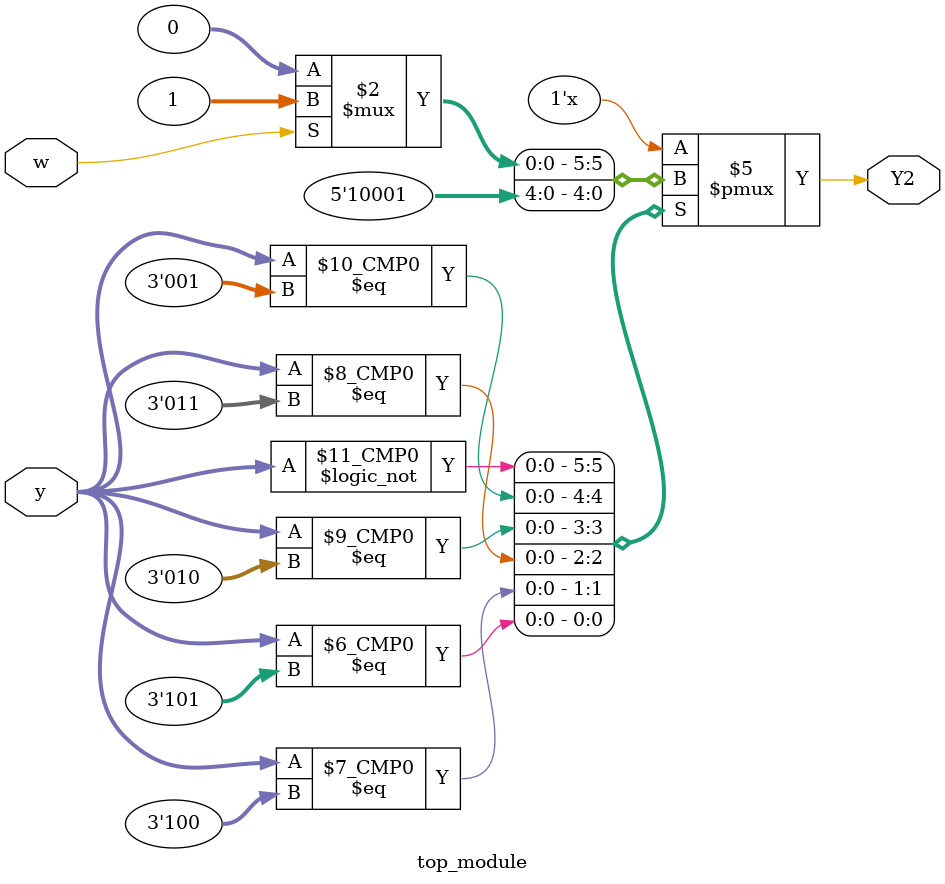
<source format=sv>
module top_module(
    input [3:1] y,
    input w,
    output reg Y2);

    always @(*) begin
        case (y)
            // Next state logic for Y2
            3'b000: Y2 = (w) ? 1 : 0;
            3'b001: Y2 = 1;
            3'b010: Y2 = 0;
            3'b011: Y2 = 0;
            3'b100: Y2 = 0;
            3'b101: Y2 = 1;
        endcase
    end

    // Initialize Y2 with a default value
    initial begin
        Y2 = 0;
    end

endmodule

</source>
